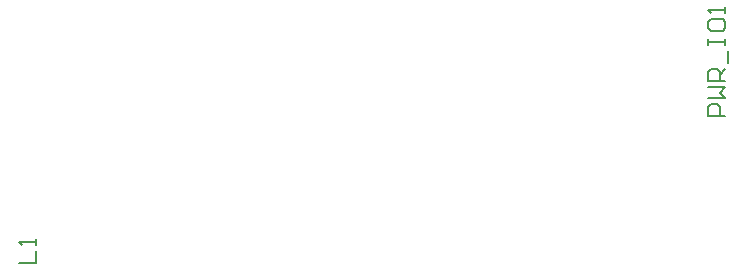
<source format=gbr>
%TF.GenerationSoftware,Altium Limited,Altium Designer,25.8.1 (18)*%
G04 Layer_Color=32768*
%FSLAX45Y45*%
%MOMM*%
%TF.SameCoordinates,031978D1-9D18-463A-8735-F8186BF7E524*%
%TF.FilePolarity,Positive*%
%TF.FileFunction,Other,Top_Designator*%
%TF.Part,Single*%
G01*
G75*
%TA.AperFunction,NonConductor*%
%ADD117C,0.15000*%
D117*
X7842519Y3408860D02*
X7692567D01*
Y3483836D01*
X7717559Y3508827D01*
X7767543D01*
X7792535Y3483836D01*
Y3408860D01*
X7692567Y3558811D02*
X7842519D01*
X7792535Y3608795D01*
X7842519Y3658779D01*
X7692567D01*
X7842519Y3708763D02*
X7692567D01*
Y3783738D01*
X7717559Y3808730D01*
X7767543D01*
X7792535Y3783738D01*
Y3708763D01*
Y3758747D02*
X7842519Y3808730D01*
X7867511Y3858714D02*
Y3958682D01*
X7692567Y4008666D02*
Y4058649D01*
Y4033657D01*
X7842519D01*
Y4008666D01*
Y4058649D01*
X7692567Y4208601D02*
Y4158617D01*
X7717559Y4133625D01*
X7817527D01*
X7842519Y4158617D01*
Y4208601D01*
X7817527Y4233593D01*
X7717559D01*
X7692567Y4208601D01*
X7842519Y4283577D02*
Y4333561D01*
Y4308568D01*
X7692567D01*
X7717559Y4283577D01*
X1858263Y2168643D02*
X2008215D01*
Y2268610D01*
Y2318594D02*
Y2368578D01*
Y2343586D01*
X1858263D01*
X1883255Y2318594D01*
%TF.MD5,da83c9dc6bcb3cbaed9ed96832747e80*%
M02*

</source>
